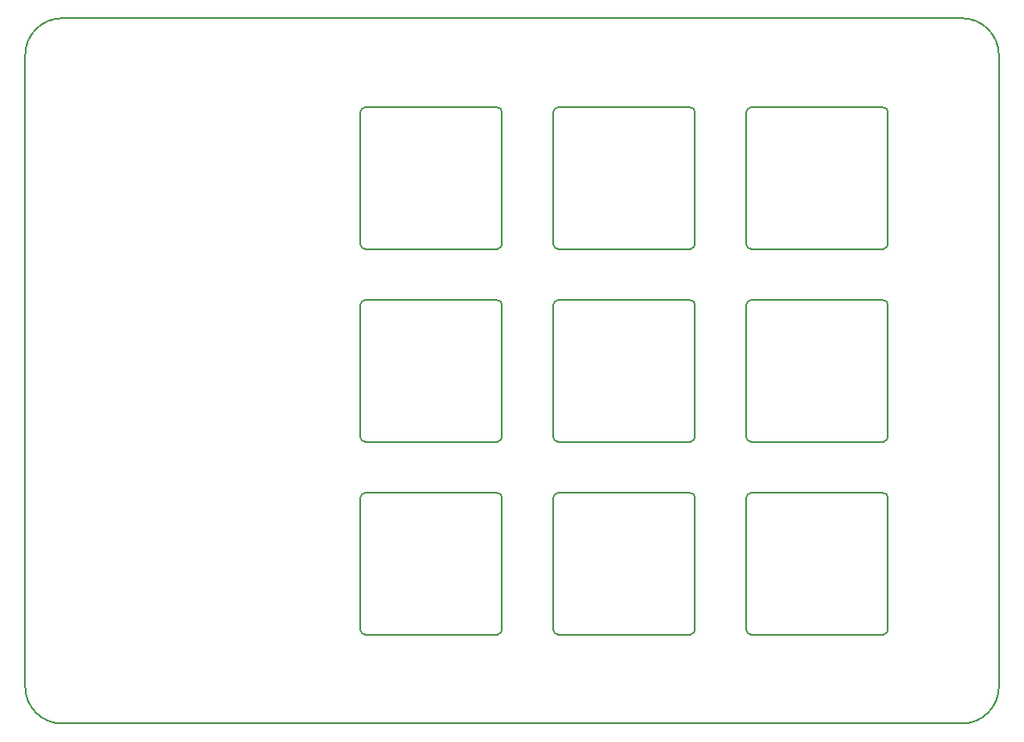
<source format=gbr>
%TF.GenerationSoftware,KiCad,Pcbnew,(5.1.10-1-10_14)*%
%TF.CreationDate,2021-09-27T22:16:21+08:00*%
%TF.ProjectId,top-plate,746f702d-706c-4617-9465-2e6b69636164,rev?*%
%TF.SameCoordinates,Original*%
%TF.FileFunction,Profile,NP*%
%FSLAX46Y46*%
G04 Gerber Fmt 4.6, Leading zero omitted, Abs format (unit mm)*
G04 Created by KiCad (PCBNEW (5.1.10-1-10_14)) date 2021-09-27 22:16:21*
%MOMM*%
%LPD*%
G01*
G04 APERTURE LIST*
%TA.AperFunction,Profile*%
%ADD10C,0.150000*%
%TD*%
G04 APERTURE END LIST*
D10*
X184101500Y-119885600D02*
G75*
G02*
X183601500Y-120385600I-500000J0D01*
G01*
X170601500Y-120385600D02*
G75*
G02*
X170101500Y-119885600I0J500000D01*
G01*
X183601500Y-106385600D02*
G75*
G02*
X184101500Y-106885600I0J-500000D01*
G01*
X170101500Y-106885600D02*
G75*
G02*
X170601500Y-106385600I500000J0D01*
G01*
X184101500Y-106885600D02*
X184101500Y-119885600D01*
X170101500Y-106885600D02*
X170101500Y-119885600D01*
X170601500Y-120385600D02*
X183601500Y-120385600D01*
X170601500Y-106385600D02*
X183601500Y-106385600D01*
X165051500Y-119885600D02*
G75*
G02*
X164551500Y-120385600I-500000J0D01*
G01*
X151551500Y-120385600D02*
G75*
G02*
X151051500Y-119885600I0J500000D01*
G01*
X164551500Y-106385600D02*
G75*
G02*
X165051500Y-106885600I0J-500000D01*
G01*
X151051500Y-106885600D02*
G75*
G02*
X151551500Y-106385600I500000J0D01*
G01*
X165051500Y-106885600D02*
X165051500Y-119885600D01*
X151051500Y-106885600D02*
X151051500Y-119885600D01*
X151551500Y-120385600D02*
X164551500Y-120385600D01*
X151551500Y-106385600D02*
X164551500Y-106385600D01*
X146001499Y-119885600D02*
G75*
G02*
X145501499Y-120385600I-500000J0D01*
G01*
X132501500Y-120385600D02*
G75*
G02*
X132001500Y-119885600I0J500000D01*
G01*
X145501499Y-106385600D02*
G75*
G02*
X146001499Y-106885600I0J-500000D01*
G01*
X132001500Y-106885600D02*
G75*
G02*
X132501500Y-106385600I500000J0D01*
G01*
X146001499Y-106885600D02*
X146001499Y-119885600D01*
X132001500Y-106885600D02*
X132001500Y-119885600D01*
X132501500Y-120385600D02*
X145501499Y-120385600D01*
X132501500Y-106385600D02*
X145501499Y-106385600D01*
X184101500Y-100835600D02*
G75*
G02*
X183601500Y-101335600I-500000J0D01*
G01*
X170601500Y-101335600D02*
G75*
G02*
X170101500Y-100835600I0J500000D01*
G01*
X183601500Y-87335600D02*
G75*
G02*
X184101500Y-87835600I0J-500000D01*
G01*
X170101500Y-87835600D02*
G75*
G02*
X170601500Y-87335600I500000J0D01*
G01*
X184101500Y-87835600D02*
X184101500Y-100835600D01*
X170101500Y-87835600D02*
X170101500Y-100835600D01*
X170601500Y-101335600D02*
X183601500Y-101335600D01*
X170601500Y-87335600D02*
X183601500Y-87335600D01*
X165051500Y-100835600D02*
G75*
G02*
X164551500Y-101335600I-500000J0D01*
G01*
X151551500Y-101335600D02*
G75*
G02*
X151051500Y-100835600I0J500000D01*
G01*
X164551500Y-87335600D02*
G75*
G02*
X165051500Y-87835600I0J-500000D01*
G01*
X151051500Y-87835600D02*
G75*
G02*
X151551500Y-87335600I500000J0D01*
G01*
X165051500Y-87835600D02*
X165051500Y-100835600D01*
X151051500Y-87835600D02*
X151051500Y-100835600D01*
X151551500Y-101335600D02*
X164551500Y-101335600D01*
X151551500Y-87335600D02*
X164551500Y-87335600D01*
X146001499Y-100835600D02*
G75*
G02*
X145501499Y-101335600I-500000J0D01*
G01*
X132501500Y-101335600D02*
G75*
G02*
X132001500Y-100835600I0J500000D01*
G01*
X145501499Y-87335600D02*
G75*
G02*
X146001499Y-87835600I0J-500000D01*
G01*
X132001500Y-87835600D02*
G75*
G02*
X132501500Y-87335600I500000J0D01*
G01*
X146001499Y-87835600D02*
X146001499Y-100835600D01*
X132001500Y-87835600D02*
X132001500Y-100835600D01*
X132501500Y-101335600D02*
X145501499Y-101335600D01*
X132501500Y-87335600D02*
X145501499Y-87335600D01*
X184101500Y-81785599D02*
G75*
G02*
X183601500Y-82285599I-500000J0D01*
G01*
X170601500Y-82285599D02*
G75*
G02*
X170101500Y-81785599I0J500000D01*
G01*
X183601500Y-68285600D02*
G75*
G02*
X184101500Y-68785600I0J-500000D01*
G01*
X170101500Y-68785600D02*
G75*
G02*
X170601500Y-68285600I500000J0D01*
G01*
X184101500Y-68785600D02*
X184101500Y-81785599D01*
X170101500Y-68785600D02*
X170101500Y-81785599D01*
X170601500Y-82285599D02*
X183601500Y-82285599D01*
X170601500Y-68285600D02*
X183601500Y-68285600D01*
X165051500Y-81785599D02*
G75*
G02*
X164551500Y-82285599I-500000J0D01*
G01*
X151551500Y-82285599D02*
G75*
G02*
X151051500Y-81785599I0J500000D01*
G01*
X164551500Y-68285600D02*
G75*
G02*
X165051500Y-68785600I0J-500000D01*
G01*
X151051500Y-68785600D02*
G75*
G02*
X151551500Y-68285600I500000J0D01*
G01*
X165051500Y-68785600D02*
X165051500Y-81785599D01*
X151051500Y-68785600D02*
X151051500Y-81785599D01*
X151551500Y-82285599D02*
X164551500Y-82285599D01*
X151551500Y-68285600D02*
X164551500Y-68285600D01*
X146001499Y-81785599D02*
G75*
G02*
X145501499Y-82285599I-500000J0D01*
G01*
X132501500Y-82285599D02*
G75*
G02*
X132001500Y-81785599I0J500000D01*
G01*
X145501499Y-68285600D02*
G75*
G02*
X146001499Y-68785600I0J-500000D01*
G01*
X132001500Y-68785600D02*
G75*
G02*
X132501500Y-68285600I500000J0D01*
G01*
X146001499Y-68785600D02*
X146001499Y-81785599D01*
X132001500Y-68785600D02*
X132001500Y-81785599D01*
X132501500Y-82285599D02*
X145501499Y-82285599D01*
X132501500Y-68285600D02*
X145501499Y-68285600D01*
X102571800Y-59486800D02*
X191389000Y-59486800D01*
X195046600Y-125526800D02*
X195046600Y-63144400D01*
X102571800Y-129184400D02*
X191389000Y-129184400D01*
X98914200Y-125526800D02*
X98914200Y-63144400D01*
X98914200Y-63144400D02*
G75*
G02*
X102571800Y-59486800I3657600J0D01*
G01*
X191389000Y-59486800D02*
G75*
G02*
X195046600Y-63144400I0J-3657600D01*
G01*
X195046600Y-125526800D02*
G75*
G02*
X191389000Y-129184400I-3657600J0D01*
G01*
X102571800Y-129184400D02*
G75*
G02*
X98914200Y-125526800I0J3657600D01*
G01*
M02*

</source>
